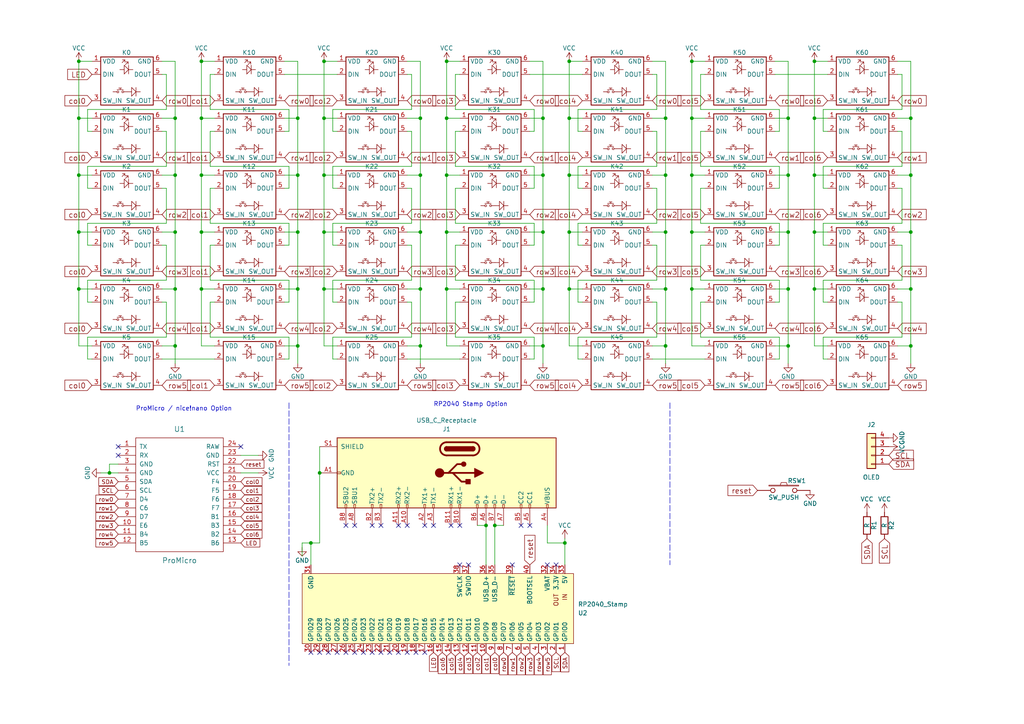
<source format=kicad_sch>
(kicad_sch (version 20211123) (generator eeschema)
  (paper "A4")
  (title_block (title "Rich Keyboard") (date "2018-11-16") (rev "1.0") (company "rvnash"))
  (junction (at 165.1 67.31))
  (junction (at 193.04 83.82))
  (junction (at 58.42 17.78))
  (junction (at 264.16 83.82))
  (junction (at 50.8 100.33))
  (junction (at 58.42 34.29))
  (junction (at 236.22 83.82))
  (junction (at 157.48 34.29))
  (junction (at 86.36 34.29))
  (junction (at 157.48 50.8))
  (junction (at 193.04 100.33))
  (junction (at 58.42 50.8))
  (junction (at 228.6 83.82))
  (junction (at 93.98 17.78))
  (junction (at 121.92 50.8))
  (junction (at 129.54 34.29))
  (junction (at 200.66 34.29))
  (junction (at 236.22 67.31))
  (junction (at 228.6 34.29))
  (junction (at 236.22 50.8))
  (junction (at 22.86 17.78))
  (junction (at 157.48 67.31))
  (junction (at 93.98 34.29))
  (junction (at 50.8 50.8))
  (junction (at 22.86 67.31))
  (junction (at 165.1 34.29))
  (junction (at 129.54 83.82))
  (junction (at 50.8 83.82))
  (junction (at 92.71 137.16))
  (junction (at 31.75 137.16))
  (junction (at 228.6 100.33))
  (junction (at 86.36 50.8))
  (junction (at 200.66 50.8))
  (junction (at 140.97 152.4))
  (junction (at 200.66 83.82))
  (junction (at 264.16 50.8))
  (junction (at 50.8 34.29))
  (junction (at 86.36 100.33))
  (junction (at 193.04 50.8))
  (junction (at 22.86 50.8))
  (junction (at 93.98 67.31))
  (junction (at 193.04 67.31))
  (junction (at 143.51 152.4))
  (junction (at 157.48 100.33))
  (junction (at 264.16 67.31))
  (junction (at 22.86 83.82))
  (junction (at 93.98 83.82))
  (junction (at 86.36 67.31))
  (junction (at 58.42 83.82))
  (junction (at 121.92 100.33))
  (junction (at 129.54 50.8))
  (junction (at 121.92 34.29))
  (junction (at 90.17 157.48))
  (junction (at 193.04 34.29))
  (junction (at 22.86 34.29))
  (junction (at 200.66 17.78))
  (junction (at 121.92 67.31))
  (junction (at 86.36 83.82))
  (junction (at 163.83 157.48))
  (junction (at 264.16 34.29))
  (junction (at 121.92 83.82))
  (junction (at 93.98 50.8))
  (junction (at 165.1 17.78))
  (junction (at 58.42 67.31))
  (junction (at 165.1 83.82))
  (junction (at 200.66 67.31))
  (junction (at 264.16 100.33))
  (junction (at 236.22 17.78))
  (junction (at 157.48 83.82))
  (junction (at 129.54 17.78))
  (junction (at 129.54 67.31))
  (junction (at 165.1 50.8))
  (junction (at 228.6 67.31))
  (junction (at 228.6 50.8))
  (junction (at 236.22 34.29))
  (junction (at 50.8 67.31))
  (no_connect (at 34.29 132.08))
  (no_connect (at 158.75 163.83))
  (no_connect (at 151.13 152.4))
  (no_connect (at 153.67 152.4))
  (no_connect (at 100.33 152.4))
  (no_connect (at 102.87 152.4))
  (no_connect (at 107.95 152.4))
  (no_connect (at 110.49 152.4))
  (no_connect (at 115.57 152.4))
  (no_connect (at 118.11 152.4))
  (no_connect (at 133.35 152.4))
  (no_connect (at 123.19 152.4))
  (no_connect (at 125.73 152.4))
  (no_connect (at 130.81 152.4))
  (no_connect (at 148.59 163.83))
  (no_connect (at 69.85 129.54))
  (no_connect (at 133.35 163.83))
  (no_connect (at 161.29 163.83))
  (no_connect (at 135.89 163.83))
  (no_connect (at 34.29 129.54))
  (no_connect (at 105.41 189.23))
  (no_connect (at 107.95 189.23))
  (no_connect (at 110.49 189.23))
  (no_connect (at 113.03 189.23))
  (no_connect (at 102.87 189.23))
  (no_connect (at 100.33 189.23))
  (no_connect (at 97.79 189.23))
  (no_connect (at 95.25 189.23))
  (no_connect (at 90.17 189.23))
  (no_connect (at 92.71 189.23))
  (no_connect (at 115.57 189.23))
  (no_connect (at 123.19 189.23))
  (no_connect (at 118.11 189.23))
  (no_connect (at 120.65 189.23))
  (wire (pts (xy 238.76 71.12) (xy 240.03 71.12)))
  (wire (pts (xy 153.67 71.12) (xy 154.94 71.12)))
  (wire (pts (xy 96.52 81.28) (xy 96.52 87.63)))
  (wire (pts (xy 96.52 31.75) (xy 96.52 38.1)))
  (wire (pts (xy 165.1 50.8) (xy 168.91 50.8)))
  (wire (pts (xy 204.47 87.63) (xy 203.2 87.63)))
  (wire (pts (xy 58.42 100.33) (xy 58.42 83.82)))
  (wire (pts (xy 82.55 34.29) (xy 86.36 34.29)))
  (wire (pts (xy 22.86 34.29) (xy 26.67 34.29)))
  (wire (pts (xy 46.99 17.78) (xy 50.8 17.78)))
  (wire (pts (xy 48.26 21.59) (xy 48.26 31.75)))
  (wire (pts (xy 83.82 38.1) (xy 83.82 31.75)))
  (wire (pts (xy 193.04 50.8) (xy 193.04 67.31)))
  (wire (pts (xy 22.86 17.78) (xy 26.67 17.78)))
  (wire (pts (xy 154.94 81.28) (xy 132.08 81.28)))
  (wire (pts (xy 58.42 67.31) (xy 62.23 67.31)))
  (wire (pts (xy 204.47 54.61) (xy 203.2 54.61)))
  (wire (pts (xy 165.1 34.29) (xy 168.91 34.29)))
  (wire (pts (xy 167.64 97.79) (xy 167.64 104.14)))
  (wire (pts (xy 154.94 48.26) (xy 132.08 48.26)))
  (wire (pts (xy 22.86 17.78) (xy 22.86 34.29)))
  (wire (pts (xy 190.5 87.63) (xy 190.5 97.79)))
  (wire (pts (xy 260.35 34.29) (xy 264.16 34.29)))
  (wire (pts (xy 118.11 54.61) (xy 119.38 54.61)))
  (wire (pts (xy 193.04 83.82) (xy 193.04 100.33)))
  (wire (pts (xy 236.22 67.31) (xy 240.03 67.31)))
  (wire (pts (xy 25.4 87.63) (xy 26.67 87.63)))
  (wire (pts (xy 236.22 50.8) (xy 240.03 50.8)))
  (wire (pts (xy 58.42 83.82) (xy 58.42 67.31)))
  (wire (pts (xy 34.29 134.62) (xy 31.75 134.62)))
  (wire (pts (xy 200.66 17.78) (xy 204.47 17.78)))
  (wire (pts (xy 60.96 97.79) (xy 60.96 87.63)))
  (wire (pts (xy 224.79 87.63) (xy 226.06 87.63)))
  (wire (pts (xy 86.36 100.33) (xy 86.36 105.41)))
  (wire (pts (xy 83.82 64.77) (xy 60.96 64.77)))
  (wire (pts (xy 203.2 54.61) (xy 203.2 64.77)))
  (wire (pts (xy 236.22 67.31) (xy 236.22 50.8)))
  (wire (pts (xy 260.35 38.1) (xy 261.62 38.1)))
  (wire (pts (xy 193.04 17.78) (xy 193.04 34.29)))
  (wire (pts (xy 25.4 81.28) (xy 25.4 87.63)))
  (wire (pts (xy 163.83 157.48) (xy 163.83 163.83)))
  (wire (pts (xy 129.54 34.29) (xy 133.35 34.29)))
  (wire (pts (xy 140.97 152.4) (xy 138.43 152.4)))
  (wire (pts (xy 260.35 100.33) (xy 264.16 100.33)))
  (wire (pts (xy 228.6 34.29) (xy 228.6 50.8)))
  (wire (pts (xy 203.2 31.75) (xy 226.06 31.75)))
  (wire (pts (xy 129.54 83.82) (xy 129.54 67.31)))
  (wire (pts (xy 93.98 17.78) (xy 93.98 34.29)))
  (wire (pts (xy 82.55 100.33) (xy 86.36 100.33)))
  (wire (pts (xy 31.75 137.16) (xy 34.29 137.16)))
  (wire (pts (xy 264.16 17.78) (xy 264.16 34.29)))
  (wire (pts (xy 203.2 38.1) (xy 203.2 48.26)))
  (wire (pts (xy 119.38 54.61) (xy 119.38 64.77)))
  (wire (pts (xy 190.5 97.79) (xy 167.64 97.79)))
  (wire (pts (xy 167.64 38.1) (xy 168.91 38.1)))
  (wire (pts (xy 264.16 50.8) (xy 264.16 67.31)))
  (wire (pts (xy 119.38 21.59) (xy 119.38 31.75)))
  (wire (pts (xy 25.4 71.12) (xy 26.67 71.12)))
  (wire (pts (xy 118.11 21.59) (xy 119.38 21.59)))
  (wire (pts (xy 60.96 81.28) (xy 60.96 71.12)))
  (wire (pts (xy 121.92 34.29) (xy 121.92 50.8)))
  (wire (pts (xy 226.06 97.79) (xy 226.06 104.14)))
  (wire (pts (xy 132.08 31.75) (xy 132.08 21.59)))
  (wire (pts (xy 153.67 38.1) (xy 154.94 38.1)))
  (wire (pts (xy 121.92 50.8) (xy 121.92 67.31)))
  (wire (pts (xy 133.35 100.33) (xy 129.54 100.33)))
  (wire (pts (xy 203.2 64.77) (xy 226.06 64.77)))
  (wire (pts (xy 48.26 64.77) (xy 25.4 64.77)))
  (wire (pts (xy 96.52 48.26) (xy 96.52 54.61)))
  (wire (pts (xy 121.92 83.82) (xy 121.92 100.33)))
  (wire (pts (xy 48.26 87.63) (xy 48.26 97.79)))
  (wire (pts (xy 60.96 64.77) (xy 60.96 54.61)))
  (wire (pts (xy 25.4 31.75) (xy 25.4 38.1)))
  (wire (pts (xy 204.47 71.12) (xy 203.2 71.12)))
  (wire (pts (xy 203.2 97.79) (xy 226.06 97.79)))
  (wire (pts (xy 48.26 31.75) (xy 25.4 31.75)))
  (wire (pts (xy 157.48 17.78) (xy 157.48 34.29)))
  (wire (pts (xy 165.1 67.31) (xy 165.1 50.8)))
  (wire (pts (xy 83.82 31.75) (xy 60.96 31.75)))
  (wire (pts (xy 82.55 104.14) (xy 83.82 104.14)))
  (wire (pts (xy 82.55 83.82) (xy 86.36 83.82)))
  (wire (pts (xy 190.5 21.59) (xy 190.5 31.75)))
  (wire (pts (xy 200.66 34.29) (xy 204.47 34.29)))
  (wire (pts (xy 48.26 48.26) (xy 25.4 48.26)))
  (wire (pts (xy 157.48 67.31) (xy 157.48 83.82)))
  (wire (pts (xy 58.42 50.8) (xy 62.23 50.8)))
  (wire (pts (xy 96.52 54.61) (xy 97.79 54.61)))
  (wire (pts (xy 69.85 137.16) (xy 74.93 137.16)))
  (wire (pts (xy 189.23 67.31) (xy 193.04 67.31)))
  (wire (pts (xy 238.76 54.61) (xy 240.03 54.61)))
  (wire (pts (xy 50.8 100.33) (xy 50.8 105.41)))
  (wire (pts (xy 240.03 100.33) (xy 236.22 100.33)))
  (polyline (pts (xy 194.31 116.84) (xy 194.31 163.83)))
  (wire (pts (xy 224.79 83.82) (xy 228.6 83.82)))
  (wire (pts (xy 260.35 17.78) (xy 264.16 17.78)))
  (wire (pts (xy 60.96 54.61) (xy 62.23 54.61)))
  (wire (pts (xy 167.64 31.75) (xy 167.64 38.1)))
  (wire (pts (xy 31.75 134.62) (xy 31.75 137.16)))
  (wire (pts (xy 60.96 48.26) (xy 60.96 38.1)))
  (wire (pts (xy 189.23 104.14) (xy 204.47 104.14)))
  (wire (pts (xy 224.79 50.8) (xy 228.6 50.8)))
  (wire (pts (xy 261.62 64.77) (xy 238.76 64.77)))
  (wire (pts (xy 82.55 87.63) (xy 83.82 87.63)))
  (wire (pts (xy 158.75 152.4) (xy 158.75 157.48)))
  (wire (pts (xy 83.82 81.28) (xy 60.96 81.28)))
  (wire (pts (xy 264.16 67.31) (xy 264.16 83.82)))
  (wire (pts (xy 154.94 87.63) (xy 154.94 81.28)))
  (wire (pts (xy 93.98 100.33) (xy 93.98 83.82)))
  (wire (pts (xy 22.86 67.31) (xy 22.86 50.8)))
  (wire (pts (xy 82.55 21.59) (xy 97.79 21.59)))
  (wire (pts (xy 163.83 156.21) (xy 163.83 157.48)))
  (wire (pts (xy 260.35 50.8) (xy 264.16 50.8)))
  (wire (pts (xy 238.76 38.1) (xy 240.03 38.1)))
  (wire (pts (xy 224.79 67.31) (xy 228.6 67.31)))
  (wire (pts (xy 260.35 67.31) (xy 264.16 67.31)))
  (wire (pts (xy 200.66 83.82) (xy 200.66 67.31)))
  (wire (pts (xy 46.99 71.12) (xy 48.26 71.12)))
  (wire (pts (xy 119.38 38.1) (xy 119.38 48.26)))
  (wire (pts (xy 165.1 17.78) (xy 168.91 17.78)))
  (wire (pts (xy 22.86 83.82) (xy 22.86 67.31)))
  (wire (pts (xy 46.99 38.1) (xy 48.26 38.1)))
  (wire (pts (xy 228.6 50.8) (xy 228.6 67.31)))
  (wire (pts (xy 153.67 34.29) (xy 157.48 34.29)))
  (wire (pts (xy 189.23 54.61) (xy 190.5 54.61)))
  (wire (pts (xy 260.35 71.12) (xy 261.62 71.12)))
  (wire (pts (xy 46.99 67.31) (xy 50.8 67.31)))
  (wire (pts (xy 226.06 64.77) (xy 226.06 71.12)))
  (wire (pts (xy 200.66 67.31) (xy 200.66 50.8)))
  (wire (pts (xy 46.99 83.82) (xy 50.8 83.82)))
  (wire (pts (xy 154.94 54.61) (xy 154.94 48.26)))
  (wire (pts (xy 261.62 21.59) (xy 261.62 31.75)))
  (wire (pts (xy 261.62 54.61) (xy 261.62 64.77)))
  (wire (pts (xy 132.08 87.63) (xy 133.35 87.63)))
  (wire (pts (xy 83.82 87.63) (xy 83.82 81.28)))
  (wire (pts (xy 224.79 100.33) (xy 228.6 100.33)))
  (wire (pts (xy 193.04 67.31) (xy 193.04 83.82)))
  (wire (pts (xy 226.06 31.75) (xy 226.06 38.1)))
  (wire (pts (xy 132.08 71.12) (xy 133.35 71.12)))
  (wire (pts (xy 50.8 83.82) (xy 50.8 100.33)))
  (wire (pts (xy 132.08 97.79) (xy 132.08 87.63)))
  (wire (pts (xy 129.54 67.31) (xy 129.54 50.8)))
  (wire (pts (xy 189.23 38.1) (xy 190.5 38.1)))
  (wire (pts (xy 153.67 104.14) (xy 154.94 104.14)))
  (wire (pts (xy 200.66 50.8) (xy 204.47 50.8)))
  (wire (pts (xy 132.08 81.28) (xy 132.08 71.12)))
  (wire (pts (xy 200.66 17.78) (xy 200.66 34.29)))
  (wire (pts (xy 50.8 17.78) (xy 50.8 34.29)))
  (wire (pts (xy 82.55 71.12) (xy 83.82 71.12)))
  (wire (pts (xy 83.82 71.12) (xy 83.82 64.77)))
  (wire (pts (xy 261.62 31.75) (xy 238.76 31.75)))
  (wire (pts (xy 22.86 50.8) (xy 26.67 50.8)))
  (wire (pts (xy 165.1 17.78) (xy 165.1 34.29)))
  (wire (pts (xy 236.22 34.29) (xy 240.03 34.29)))
  (wire (pts (xy 97.79 100.33) (xy 93.98 100.33)))
  (wire (pts (xy 167.64 64.77) (xy 167.64 71.12)))
  (wire (pts (xy 48.26 54.61) (xy 48.26 64.77)))
  (wire (pts (xy 236.22 17.78) (xy 236.22 34.29)))
  (wire (pts (xy 83.82 104.14) (xy 83.82 97.79)))
  (wire (pts (xy 132.08 38.1) (xy 133.35 38.1)))
  (wire (pts (xy 58.42 17.78) (xy 58.42 34.29)))
  (wire (pts (xy 189.23 83.82) (xy 193.04 83.82)))
  (wire (pts (xy 121.92 100.33) (xy 121.92 105.41)))
  (wire (pts (xy 224.79 38.1) (xy 226.06 38.1)))
  (wire (pts (xy 93.98 34.29) (xy 97.79 34.29)))
  (wire (pts (xy 153.67 54.61) (xy 154.94 54.61)))
  (wire (pts (xy 168.91 100.33) (xy 165.1 100.33)))
  (wire (pts (xy 165.1 83.82) (xy 168.91 83.82)))
  (wire (pts (xy 228.6 100.33) (xy 228.6 105.41)))
  (wire (pts (xy 96.52 104.14) (xy 97.79 104.14)))
  (wire (pts (xy 58.42 34.29) (xy 62.23 34.29)))
  (wire (pts (xy 118.11 17.78) (xy 121.92 17.78)))
  (wire (pts (xy 96.52 87.63) (xy 97.79 87.63)))
  (wire (pts (xy 132.08 64.77) (xy 132.08 54.61)))
  (wire (pts (xy 96.52 71.12) (xy 97.79 71.12)))
  (wire (pts (xy 238.76 48.26) (xy 238.76 54.61)))
  (wire (pts (xy 90.17 157.48) (xy 90.17 163.83)))
  (wire (pts (xy 146.05 152.4) (xy 143.51 152.4)))
  (wire (pts (xy 86.36 83.82) (xy 86.36 100.33)))
  (wire (pts (xy 46.99 54.61) (xy 48.26 54.61)))
  (wire (pts (xy 118.11 104.14) (xy 133.35 104.14)))
  (wire (pts (xy 189.23 50.8) (xy 193.04 50.8)))
  (wire (pts (xy 118.11 34.29) (xy 121.92 34.29)))
  (wire (pts (xy 118.11 71.12) (xy 119.38 71.12)))
  (wire (pts (xy 22.86 67.31) (xy 26.67 67.31)))
  (wire (pts (xy 157.48 34.29) (xy 157.48 50.8)))
  (wire (pts (xy 48.26 97.79) (xy 25.4 97.79)))
  (wire (pts (xy 93.98 17.78) (xy 97.79 17.78)))
  (wire (pts (xy 82.55 54.61) (xy 83.82 54.61)))
  (wire (pts (xy 189.23 71.12) (xy 190.5 71.12)))
  (wire (pts (xy 25.4 104.14) (xy 26.67 104.14)))
  (wire (pts (xy 264.16 100.33) (xy 264.16 105.41)))
  (wire (pts (xy 29.21 137.16) (xy 31.75 137.16)))
  (wire (pts (xy 236.22 17.78) (xy 240.03 17.78)))
  (wire (pts (xy 167.64 104.14) (xy 168.91 104.14)))
  (wire (pts (xy 82.55 17.78) (xy 86.36 17.78)))
  (wire (pts (xy 167.64 87.63) (xy 168.91 87.63)))
  (wire (pts (xy 264.16 83.82) (xy 264.16 100.33)))
  (wire (pts (xy 236.22 83.82) (xy 240.03 83.82)))
  (wire (pts (xy 129.54 100.33) (xy 129.54 83.82)))
  (wire (pts (xy 167.64 48.26) (xy 167.64 54.61)))
  (wire (pts (xy 260.35 83.82) (xy 264.16 83.82)))
  (wire (pts (xy 82.55 38.1) (xy 83.82 38.1)))
  (wire (pts (xy 60.96 87.63) (xy 62.23 87.63)))
  (wire (pts (xy 118.11 100.33) (xy 121.92 100.33)))
  (wire (pts (xy 50.8 67.31) (xy 50.8 83.82)))
  (wire (pts (xy 93.98 83.82) (xy 97.79 83.82)))
  (wire (pts (xy 83.82 48.26) (xy 60.96 48.26)))
  (wire (pts (xy 224.79 34.29) (xy 228.6 34.29)))
  (wire (pts (xy 132.08 54.61) (xy 133.35 54.61)))
  (wire (pts (xy 90.17 157.48) (xy 87.63 157.48)))
  (wire (pts (xy 62.23 100.33) (xy 58.42 100.33)))
  (wire (pts (xy 154.94 104.14) (xy 154.94 97.79)))
  (wire (pts (xy 157.48 83.82) (xy 157.48 100.33)))
  (wire (pts (xy 189.23 100.33) (xy 193.04 100.33)))
  (wire (pts (xy 228.6 83.82) (xy 228.6 100.33)))
  (wire (pts (xy 224.79 21.59) (xy 240.03 21.59)))
  (wire (pts (xy 189.23 17.78) (xy 193.04 17.78)))
  (wire (pts (xy 46.99 21.59) (xy 48.26 21.59)))
  (wire (pts (xy 119.38 31.75) (xy 96.52 31.75)))
  (wire (pts (xy 154.94 64.77) (xy 132.08 64.77)))
  (wire (pts (xy 86.36 17.78) (xy 86.36 34.29)))
  (wire (pts (xy 93.98 50.8) (xy 93.98 34.29)))
  (wire (pts (xy 203.2 81.28) (xy 226.06 81.28)))
  (wire (pts (xy 190.5 81.28) (xy 167.64 81.28)))
  (wire (pts (xy 48.26 38.1) (xy 48.26 48.26)))
  (wire (pts (xy 96.52 97.79) (xy 96.52 104.14)))
  (wire (pts (xy 165.1 67.31) (xy 168.91 67.31)))
  (wire (pts (xy 153.67 87.63) (xy 154.94 87.63)))
  (wire (pts (xy 226.06 81.28) (xy 226.06 87.63)))
  (wire (pts (xy 203.2 21.59) (xy 203.2 31.75)))
  (wire (pts (xy 157.48 100.33) (xy 157.48 105.41)))
  (wire (pts (xy 153.67 83.82) (xy 157.48 83.82)))
  (wire (pts (xy 261.62 97.79) (xy 238.76 97.79)))
  (wire (pts (xy 121.92 17.78) (xy 121.92 34.29)))
  (wire (pts (xy 25.4 64.77) (xy 25.4 71.12)))
  (wire (pts (xy 83.82 54.61) (xy 83.82 48.26)))
  (wire (pts (xy 165.1 100.33) (xy 165.1 83.82)))
  (wire (pts (xy 238.76 104.14) (xy 240.03 104.14)))
  (wire (pts (xy 261.62 48.26) (xy 238.76 48.26)))
  (wire (pts (xy 93.98 67.31) (xy 93.98 50.8)))
  (wire (pts (xy 261.62 81.28) (xy 238.76 81.28)))
  (wire (pts (xy 189.23 34.29) (xy 193.04 34.29)))
  (wire (pts (xy 87.63 157.48) (xy 87.63 161.29)))
  (wire (pts (xy 22.86 50.8) (xy 22.86 34.29)))
  (wire (pts (xy 236.22 50.8) (xy 236.22 34.29)))
  (wire (pts (xy 264.16 34.29) (xy 264.16 50.8)))
  (wire (pts (xy 190.5 38.1) (xy 190.5 48.26)))
  (wire (pts (xy 129.54 17.78) (xy 129.54 34.29)))
  (wire (pts (xy 82.55 50.8) (xy 86.36 50.8)))
  (wire (pts (xy 25.4 97.79) (xy 25.4 104.14)))
  (wire (pts (xy 190.5 64.77) (xy 167.64 64.77)))
  (wire (pts (xy 154.94 31.75) (xy 132.08 31.75)))
  (wire (pts (xy 92.71 137.16) (xy 92.71 157.48)))
  (wire (pts (xy 60.96 71.12) (xy 62.23 71.12)))
  (wire (pts (xy 224.79 71.12) (xy 226.06 71.12)))
  (wire (pts (xy 93.98 67.31) (xy 97.79 67.31)))
  (wire (pts (xy 46.99 87.63) (xy 48.26 87.63)))
  (wire (pts (xy 86.36 34.29) (xy 86.36 50.8)))
  (wire (pts (xy 119.38 64.77) (xy 96.52 64.77)))
  (wire (pts (xy 129.54 17.78) (xy 133.35 17.78)))
  (wire (pts (xy 25.4 38.1) (xy 26.67 38.1)))
  (wire (pts (xy 46.99 100.33) (xy 50.8 100.33)))
  (wire (pts (xy 203.2 87.63) (xy 203.2 97.79)))
  (wire (pts (xy 48.26 81.28) (xy 25.4 81.28)))
  (wire (pts (xy 121.92 67.31) (xy 121.92 83.82)))
  (wire (pts (xy 200.66 50.8) (xy 200.66 34.29)))
  (wire (pts (xy 153.67 50.8) (xy 157.48 50.8)))
  (wire (pts (xy 261.62 87.63) (xy 261.62 97.79)))
  (wire (pts (xy 25.4 48.26) (xy 25.4 54.61)))
  (wire (pts (xy 93.98 50.8) (xy 97.79 50.8)))
  (wire (pts (xy 153.67 67.31) (xy 157.48 67.31)))
  (wire (pts (xy 154.94 38.1) (xy 154.94 31.75)))
  (wire (pts (xy 60.96 31.75) (xy 60.96 21.59)))
  (wire (pts (xy 261.62 38.1) (xy 261.62 48.26)))
  (wire (pts (xy 58.42 67.31) (xy 58.42 50.8)))
  (wire (pts (xy 167.64 81.28) (xy 167.64 87.63)))
  (wire (pts (xy 129.54 67.31) (xy 133.35 67.31)))
  (wire (pts (xy 226.06 54.61) (xy 224.79 54.61)))
  (wire (pts (xy 46.99 50.8) (xy 50.8 50.8)))
  (wire (pts (xy 92.71 137.16) (xy 92.71 129.54)))
  (wire (pts (xy 204.47 100.33) (xy 200.66 100.33)))
  (wire (pts (xy 118.11 87.63) (xy 119.38 87.63)))
  (wire (pts (xy 46.99 34.29) (xy 50.8 34.29)))
  (wire (pts (xy 140.97 163.83) (xy 140.97 152.4)))
  (wire (pts (xy 143.51 163.83) (xy 143.51 152.4)))
  (wire (pts (xy 203.2 48.26) (xy 226.06 48.26)))
  (wire (pts (xy 189.23 21.59) (xy 190.5 21.59)))
  (wire (pts (xy 167.64 71.12) (xy 168.91 71.12)))
  (wire (pts (xy 189.23 87.63) (xy 190.5 87.63)))
  (wire (pts (xy 48.26 71.12) (xy 48.26 81.28)))
  (wire (pts (xy 154.94 97.79) (xy 132.08 97.79)))
  (wire (pts (xy 190.5 48.26) (xy 167.64 48.26)))
  (wire (pts (xy 86.36 67.31) (xy 86.36 83.82)))
  (wire (pts (xy 153.67 17.78) (xy 157.48 17.78)))
  (wire (pts (xy 58.42 17.78) (xy 62.23 17.78)))
  (wire (pts (xy 261.62 71.12) (xy 261.62 81.28)))
  (wire (pts (xy 22.86 100.33) (xy 22.86 83.82)))
  (wire (pts (xy 96.52 64.77) (xy 96.52 71.12)))
  (wire (pts (xy 46.99 104.14) (xy 62.23 104.14)))
  (polyline (pts (xy 83.82 116.84) (xy 83.82 193.04)))
  (wire (pts (xy 129.54 83.82) (xy 133.35 83.82)))
  (wire (pts (xy 193.04 100.33) (xy 193.04 105.41)))
  (wire (pts (xy 260.35 21.59) (xy 261.62 21.59)))
  (wire (pts (xy 119.38 48.26) (xy 96.52 48.26)))
  (wire (pts (xy 224.79 104.14) (xy 226.06 104.14)))
  (wire (pts (xy 60.96 38.1) (xy 62.23 38.1)))
  (wire (pts (xy 119.38 71.12) (xy 119.38 81.28)))
  (wire (pts (xy 25.4 54.61) (xy 26.67 54.61)))
  (wire (pts (xy 119.38 87.63) (xy 119.38 97.79)))
  (wire (pts (xy 167.64 54.61) (xy 168.91 54.61)))
  (wire (pts (xy 154.94 71.12) (xy 154.94 64.77)))
  (wire (pts (xy 60.96 21.59) (xy 62.23 21.59)))
  (wire (pts (xy 158.75 157.48) (xy 163.83 157.48)))
  (wire (pts (xy 165.1 83.82) (xy 165.1 67.31)))
  (wire (pts (xy 157.48 50.8) (xy 157.48 67.31)))
  (wire (pts (xy 58.42 50.8) (xy 58.42 34.29)))
  (wire (pts (xy 118.11 38.1) (xy 119.38 38.1)))
  (wire (pts (xy 129.54 50.8) (xy 129.54 34.29)))
  (wire (pts (xy 238.76 31.75) (xy 238.76 38.1)))
  (wire (pts (xy 203.2 21.59) (xy 204.47 21.59)))
  (wire (pts (xy 260.35 87.63) (xy 261.62 87.63)))
  (wire (pts (xy 92.71 157.48) (xy 90.17 157.48)))
  (wire (pts (xy 200.66 83.82) (xy 204.47 83.82)))
  (wire (pts (xy 203.2 71.12) (xy 203.2 81.28)))
  (wire (pts (xy 132.08 21.59) (xy 133.35 21.59)))
  (wire (pts (xy 22.86 83.82) (xy 26.67 83.82)))
  (wire (pts (xy 260.35 54.61) (xy 261.62 54.61)))
  (wire (pts (xy 200.66 100.33) (xy 200.66 83.82)))
  (wire (pts (xy 153.67 21.59) (xy 168.91 21.59)))
  (wire (pts (xy 238.76 64.77) (xy 238.76 71.12)))
  (wire (pts (xy 193.04 34.29) (xy 193.04 50.8)))
  (wire (pts (xy 165.1 50.8) (xy 165.1 34.29)))
  (wire (pts (xy 96.52 38.1) (xy 97.79 38.1)))
  (wire (pts (xy 119.38 81.28) (xy 96.52 81.28)))
  (wire (pts (xy 118.11 50.8) (xy 121.92 50.8)))
  (wire (pts (xy 238.76 87.63) (xy 240.03 87.63)))
  (wire (pts (xy 50.8 34.29) (xy 50.8 50.8)))
  (wire (pts (xy 93.98 83.82) (xy 93.98 67.31)))
  (wire (pts (xy 238.76 81.28) (xy 238.76 87.63)))
  (wire (pts (xy 236.22 83.82) (xy 236.22 67.31)))
  (wire (pts (xy 119.38 97.79) (xy 96.52 97.79)))
  (wire (pts (xy 82.55 67.31) (xy 86.36 67.31)))
  (wire (pts (xy 200.66 67.31) (xy 204.47 67.31)))
  (wire (pts (xy 238.76 97.79) (xy 238.76 104.14)))
  (wire (pts (xy 129.54 50.8) (xy 133.35 50.8)))
  (wire (pts (xy 190.5 54.61) (xy 190.5 64.77)))
  (wire (pts (xy 153.67 100.33) (xy 157.48 100.33)))
  (wire (pts (xy 118.11 83.82) (xy 121.92 83.82)))
  (wire (pts (xy 132.08 48.26) (xy 132.08 38.1)))
  (wire (pts (xy 224.79 17.78) (xy 228.6 17.78)))
  (wire (pts (xy 50.8 50.8) (xy 50.8 67.31)))
  (wire (pts (xy 204.47 38.1) (xy 203.2 38.1)))
  (wire (pts (xy 228.6 17.78) (xy 228.6 34.29)))
  (wire (pts (xy 26.67 100.33) (xy 22.86 100.33)))
  (wire (pts (xy 228.6 67.31) (xy 228.6 83.82)))
  (wire (pts (xy 58.42 83.82) (xy 62.23 83.82)))
  (wire (pts (xy 83.82 97.79) (xy 60.96 97.79)))
  (wire (pts (xy 69.85 132.08) (xy 74.93 132.08)))
  (wire (pts (xy 236.22 100.33) (xy 236.22 83.82)))
  (wire (pts (xy 190.5 31.75) (xy 167.64 31.75)))
  (wire (pts (xy 226.06 48.26) (xy 226.06 54.61)))
  (wire (pts (xy 190.5 71.12) (xy 190.5 81.28)))
  (wire (pts (xy 118.11 67.31) (xy 121.92 67.31)))
  (wire (pts (xy 86.36 50.8) (xy 86.36 67.31)))
  (text "ProMicro / nice!nano Option" (at 39.37 119.38 0) (effects (font (size 1.27 1.27)) (justify left bottom)))
  (text "RP2040 Stamp Option" (at 125.73 118.11 0) (effects (font (size 1.27 1.27)) (justify left bottom)))
  (global_label "row1" (shape input) (at 260.35 45.72 0) (effects (font (size 1.524 1.524))) (property "Intersheet References" "${INTERSHEET_REFS}" (effects hide)))
  (global_label "row0" (shape input) (at 46.99 29.21 0) (effects (font (size 1.524 1.524))) (property "Intersheet References" "${INTERSHEET_REFS}" (effects hide)))
  (global_label "SDA" (shape input) (at 251.46 156.21 270) (effects (font (size 1.524 1.524))) (property "Intersheet References" "${INTERSHEET_REFS}" (effects hide)))
  (global_label "row1" (shape input) (at 82.55 45.72 0) (effects (font (size 1.524 1.524))) (property "Intersheet References" "${INTERSHEET_REFS}" (effects hide)))
  (global_label "col4" (shape input) (at 69.85 149.86 0) (effects (font (size 1.1938 1.1938))) (property "Intersheet References" "${INTERSHEET_REFS}" (effects hide)))
  (global_label "col5" (shape input) (at 204.47 111.76 180) (effects (font (size 1.524 1.524))) (property "Intersheet References" "${INTERSHEET_REFS}" (effects hide)))
  (global_label "col1" (shape input) (at 69.85 142.24 0) (effects (font (size 1.1938 1.1938))) (property "Intersheet References" "${INTERSHEET_REFS}" (effects hide)))
  (global_label "row3" (shape input) (at 34.29 152.4 180) (effects (font (size 1.1938 1.1938))) (property "Intersheet References" "${INTERSHEET_REFS}" (effects hide)))
  (global_label "row2" (shape input) (at 118.11 62.23 0) (effects (font (size 1.524 1.524))) (property "Intersheet References" "${INTERSHEET_REFS}" (effects hide)))
  (global_label "col6" (shape input) (at 240.03 62.23 180) (effects (font (size 1.524 1.524))) (property "Intersheet References" "${INTERSHEET_REFS}" (effects hide)))
  (global_label "col3" (shape input) (at 133.35 45.72 180) (effects (font (size 1.524 1.524))) (property "Intersheet References" "${INTERSHEET_REFS}" (effects hide)))
  (global_label "col0" (shape input) (at 26.67 95.25 180) (effects (font (size 1.524 1.524))) (property "Intersheet References" "${INTERSHEET_REFS}" (effects hide)))
  (global_label "col4" (shape input) (at 168.91 45.72 180) (effects (font (size 1.524 1.524))) (property "Intersheet References" "${INTERSHEET_REFS}" (effects hide)))
  (global_label "reset" (shape input) (at 219.71 142.24 180) (effects (font (size 1.524 1.524))) (property "Intersheet References" "${INTERSHEET_REFS}" (effects hide)))
  (global_label "row5" (shape input) (at 46.99 111.76 0) (effects (font (size 1.524 1.524))) (property "Intersheet References" "${INTERSHEET_REFS}" (effects hide)))
  (global_label "col3" (shape input) (at 69.85 147.32 0) (effects (font (size 1.1938 1.1938))) (property "Intersheet References" "${INTERSHEET_REFS}" (effects hide)))
  (global_label "col2" (shape input) (at 97.79 29.21 180) (effects (font (size 1.524 1.524))) (property "Intersheet References" "${INTERSHEET_REFS}" (effects hide)))
  (global_label "row5" (shape input) (at 153.67 111.76 0) (effects (font (size 1.524 1.524))) (property "Intersheet References" "${INTERSHEET_REFS}" (effects hide)))
  (global_label "row2" (shape input) (at 153.67 62.23 0) (effects (font (size 1.524 1.524))) (property "Intersheet References" "${INTERSHEET_REFS}" (effects hide)))
  (global_label "col3" (shape input) (at 135.89 189.23 270) (effects (font (size 1.1938 1.1938))) (property "Intersheet References" "${INTERSHEET_REFS}" (effects hide)))
  (global_label "LED" (shape input) (at 69.85 157.48 0) (effects (font (size 1.1938 1.1938))) (property "Intersheet References" "${INTERSHEET_REFS}" (effects hide)))
  (global_label "row3" (shape input) (at 82.55 78.74 0) (effects (font (size 1.524 1.524))) (property "Intersheet References" "${INTERSHEET_REFS}" (effects hide)))
  (global_label "row1" (shape input) (at 153.67 45.72 0) (effects (font (size 1.524 1.524))) (property "Intersheet References" "${INTERSHEET_REFS}" (effects hide)))
  (global_label "col0" (shape input) (at 26.67 111.76 180) (effects (font (size 1.524 1.524))) (property "Intersheet References" "${INTERSHEET_REFS}" (effects hide)))
  (global_label "col6" (shape input) (at 240.03 78.74 180) (effects (font (size 1.524 1.524))) (property "Intersheet References" "${INTERSHEET_REFS}" (effects hide)))
  (global_label "col2" (shape input) (at 97.79 111.76 180) (effects (font (size 1.524 1.524))) (property "Intersheet References" "${INTERSHEET_REFS}" (effects hide)))
  (global_label "SCL" (shape input) (at 34.29 142.24 180) (effects (font (size 1.1938 1.1938))) (property "Intersheet References" "${INTERSHEET_REFS}" (effects hide)))
  (global_label "row4" (shape input) (at 224.79 95.25 0) (effects (font (size 1.524 1.524))) (property "Intersheet References" "${INTERSHEET_REFS}" (effects hide)))
  (global_label "col5" (shape input) (at 204.47 95.25 180) (effects (font (size 1.524 1.524))) (property "Intersheet References" "${INTERSHEET_REFS}" (effects hide)))
  (global_label "col4" (shape input) (at 168.91 62.23 180) (effects (font (size 1.524 1.524))) (property "Intersheet References" "${INTERSHEET_REFS}" (effects hide)))
  (global_label "row3" (shape input) (at 189.23 78.74 0) (effects (font (size 1.524 1.524))) (property "Intersheet References" "${INTERSHEET_REFS}" (effects hide)))
  (global_label "row0" (shape input) (at 146.05 189.23 270) (effects (font (size 1.1938 1.1938))) (property "Intersheet References" "${INTERSHEET_REFS}" (effects hide)))
  (global_label "row3" (shape input) (at 260.35 78.74 0) (effects (font (size 1.524 1.524))) (property "Intersheet References" "${INTERSHEET_REFS}" (effects hide)))
  (global_label "col4" (shape input) (at 168.91 29.21 180) (effects (font (size 1.524 1.524))) (property "Intersheet References" "${INTERSHEET_REFS}" (effects hide)))
  (global_label "col5" (shape input) (at 69.85 152.4 0) (effects (font (size 1.1938 1.1938))) (property "Intersheet References" "${INTERSHEET_REFS}" (effects hide)))
  (global_label "col4" (shape input) (at 168.91 95.25 180) (effects (font (size 1.524 1.524))) (property "Intersheet References" "${INTERSHEET_REFS}" (effects hide)))
  (global_label "row1" (shape input) (at 34.29 147.32 180) (effects (font (size 1.1938 1.1938))) (property "Intersheet References" "${INTERSHEET_REFS}" (effects hide)))
  (global_label "row5" (shape input) (at 118.11 111.76 0) (effects (font (size 1.524 1.524))) (property "Intersheet References" "${INTERSHEET_REFS}" (effects hide)))
  (global_label "row0" (shape input) (at 118.11 29.21 0) (effects (font (size 1.524 1.524))) (property "Intersheet References" "${INTERSHEET_REFS}" (effects hide)))
  (global_label "LED" (shape input) (at 125.73 189.23 270) (effects (font (size 1.1938 1.1938))) (property "Intersheet References" "${INTERSHEET_REFS}" (effects hide)))
  (global_label "row1" (shape input) (at 118.11 45.72 0) (effects (font (size 1.524 1.524))) (property "Intersheet References" "${INTERSHEET_REFS}" (effects hide)))
  (global_label "row1" (shape input) (at 224.79 45.72 0) (effects (font (size 1.524 1.524))) (property "Intersheet References" "${INTERSHEET_REFS}" (effects hide)))
  (global_label "row2" (shape input) (at 82.55 62.23 0) (effects (font (size 1.524 1.524))) (property "Intersheet References" "${INTERSHEET_REFS}" (effects hide)))
  (global_label "row2" (shape input) (at 189.23 62.23 0) (effects (font (size 1.524 1.524))) (property "Intersheet References" "${INTERSHEET_REFS}" (effects hide)))
  (global_label "col6" (shape input) (at 240.03 29.21 180) (effects (font (size 1.524 1.524))) (property "Intersheet References" "${INTERSHEET_REFS}" (effects hide)))
  (global_label "col1" (shape input) (at 62.23 111.76 180) (effects (font (size 1.524 1.524))) (property "Intersheet References" "${INTERSHEET_REFS}" (effects hide)))
  (global_label "col0" (shape input) (at 69.85 139.7 0) (effects (font (size 1.1938 1.1938))) (property "Intersheet References" "${INTERSHEET_REFS}" (effects hide)))
  (global_label "col0" (shape input) (at 26.67 78.74 180) (effects (font (size 1.524 1.524))) (property "Intersheet References" "${INTERSHEET_REFS}" (effects hide)))
  (global_label "col4" (shape input) (at 168.91 78.74 180) (effects (font (size 1.524 1.524))) (property "Intersheet References" "${INTERSHEET_REFS}" (effects hide)))
  (global_label "row2" (shape input) (at 34.29 149.86 180) (effects (font (size 1.1938 1.1938))) (property "Intersheet References" "${INTERSHEET_REFS}" (effects hide)))
  (global_label "row0" (shape input) (at 82.55 29.21 0) (effects (font (size 1.524 1.524))) (property "Intersheet References" "${INTERSHEET_REFS}" (effects hide)))
  (global_label "row0" (shape input) (at 260.35 29.21 0) (effects (font (size 1.524 1.524))) (property "Intersheet References" "${INTERSHEET_REFS}" (effects hide)))
  (global_label "row5" (shape input) (at 260.35 111.76 0) (effects (font (size 1.524 1.524))) (property "Intersheet References" "${INTERSHEET_REFS}" (effects hide)))
  (global_label "col1" (shape input) (at 62.23 62.23 180) (effects (font (size 1.524 1.524))) (property "Intersheet References" "${INTERSHEET_REFS}" (effects hide)))
  (global_label "row1" (shape input) (at 189.23 45.72 0) (effects (font (size 1.524 1.524))) (property "Intersheet References" "${INTERSHEET_REFS}" (effects hide)))
  (global_label "col6" (shape input) (at 240.03 111.76 180) (effects (font (size 1.524 1.524))) (property "Intersheet References" "${INTERSHEET_REFS}" (effects hide)))
  (global_label "col6" (shape input) (at 240.03 95.25 180) (effects (font (size 1.524 1.524))) (property "Intersheet References" "${INTERSHEET_REFS}" (effects hide)))
  (global_label "row2" (shape input) (at 224.79 62.23 0) (effects (font (size 1.524 1.524))) (property "Intersheet References" "${INTERSHEET_REFS}" (effects hide)))
  (global_label "row4" (shape input) (at 118.11 95.25 0) (effects (font (size 1.524 1.524))) (property "Intersheet References" "${INTERSHEET_REFS}" (effects hide)))
  (global_label "col3" (shape input) (at 133.35 29.21 180) (effects (font (size 1.524 1.524))) (property "Intersheet References" "${INTERSHEET_REFS}" (effects hide)))
  (global_label "row0" (shape input) (at 189.23 29.21 0) (effects (font (size 1.524 1.524))) (property "Intersheet References" "${INTERSHEET_REFS}" (effects hide)))
  (global_label "row2" (shape input) (at 151.13 189.23 270) (effects (font (size 1.1938 1.1938))) (property "Intersheet References" "${INTERSHEET_REFS}" (effects hide)))
  (global_label "row3" (shape input) (at 153.67 189.23 270) (effects (font (size 1.1938 1.1938))) (property "Intersheet References" "${INTERSHEET_REFS}" (effects hide)))
  (global_label "col2" (shape input) (at 97.79 62.23 180) (effects (font (size 1.524 1.524))) (property "Intersheet References" "${INTERSHEET_REFS}" (effects hide)))
  (global_label "col2" (shape input) (at 69.85 144.78 0) (effects (font (size 1.1938 1.1938))) (property "Intersheet References" "${INTERSHEET_REFS}" (effects hide)))
  (global_label "SDA" (shape input) (at 163.83 189.23 270) (effects (font (size 1.1938 1.1938))) (property "Intersheet References" "${INTERSHEET_REFS}" (effects hide)))
  (global_label "col1" (shape input) (at 62.23 29.21 180) (effects (font (size 1.524 1.524))) (property "Intersheet References" "${INTERSHEET_REFS}" (effects hide)))
  (global_label "col3" (shape input) (at 133.35 95.25 180) (effects (font (size 1.524 1.524))) (property "Intersheet References" "${INTERSHEET_REFS}" (effects hide)))
  (global_label "row4" (shape input) (at 189.23 95.25 0) (effects (font (size 1.524 1.524))) (property "Intersheet References" "${INTERSHEET_REFS}" (effects hide)))
  (global_label "row5" (shape input) (at 224.79 111.76 0) (effects (font (size 1.524 1.524))) (property "Intersheet References" "${INTERSHEET_REFS}" (effects hide)))
  (global_label "col1" (shape input) (at 62.23 95.25 180) (effects (font (size 1.524 1.524))) (property "Intersheet References" "${INTERSHEET_REFS}" (effects hide)))
  (global_label "row3" (shape input) (at 224.79 78.74 0) (effects (font (size 1.524 1.524))) (property "Intersheet References" "${INTERSHEET_REFS}" (effects hide)))
  (global_label "col4" (shape input) (at 133.35 189.23 270) (effects (font (size 1.1938 1.1938))) (property "Intersheet References" "${INTERSHEET_REFS}" (effects hide)))
  (global_label "col0" (shape input) (at 26.67 29.21 180) (effects (font (size 1.524 1.524))) (property "Intersheet References" "${INTERSHEET_REFS}" (effects hide)))
  (global_label "col2" (shape input) (at 97.79 78.74 180) (effects (font (size 1.524 1.524))) (property "Intersheet References" "${INTERSHEET_REFS}" (effects hide)))
  (global_label "col1" (shape input) (at 62.23 45.72 180) (effects (font (size 1.524 1.524))) (property "Intersheet References" "${INTERSHEET_REFS}" (effects hide)))
  (global_label "col0" (shape input) (at 26.67 62.23 180) (effects (font (size 1.524 1.524))) (property "Intersheet References" "${INTERSHEET_REFS}" (effects hide)))
  (global_label "col6" (shape input) (at 240.03 45.72 180) (effects (font (size 1.524 1.524))) (property "Intersheet References" "${INTERSHEET_REFS}" (effects hide)))
  (global_label "col3" (shape input) (at 133.35 111.76 180) (effects (font (size 1.524 1.524))) (property "Intersheet References" "${INTERSHEET_REFS}" (effects hide)))
  (global_label "SCL" (shape input) (at 256.54 156.21 270) (effects (font (size 1.524 1.524))) (property "Intersheet References" "${INTERSHEET_REFS}" (effects hide)))
  (global_label "reset" (shape input) (at 69.85 134.62 0) (effects (font (size 1.1938 1.1938))) (property "Intersheet References" "${INTERSHEET_REFS}" (effects hide)))
  (global_label "row0" (shape input) (at 224.79 29.21 0) (effects (font (size 1.524 1.524))) (property "Intersheet References" "${INTERSHEET_REFS}" (effects hide)))
  (global_label "col1" (shape input) (at 62.23 78.74 180) (effects (font (size 1.524 1.524))) (property "Intersheet References" "${INTERSHEET_REFS}" (effects hide)))
  (global_label "reset" (shape input) (at 153.67 163.83 90) (effects (font (size 1.524 1.524))) (property "Intersheet References" "${INTERSHEET_REFS}" (effects hide)))
  (global_label "row5" (shape input) (at 34.29 157.48 180) (effects (font (size 1.1938 1.1938))) (property "Intersheet References" "${INTERSHEET_REFS}" (effects hide)))
  (global_label "col2" (shape input) (at 97.79 45.72 180) (effects (font (size 1.524 1.524))) (property "Intersheet References" "${INTERSHEET_REFS}" (effects hide)))
  (global_label "col3" (shape input) (at 133.35 78.74 180) (effects (font (size 1.524 1.524))) (property "Intersheet References" "${INTERSHEET_REFS}" (effects hide)))
  (global_label "col6" (shape input) (at 69.85 154.94 0) (effects (font (size 1.1938 1.1938))) (property "Intersheet References" "${INTERSHEET_REFS}" (effects hide)))
  (global_label "SDA" (shape input) (at 257.81 134.62 0) (effects (font (size 1.524 1.524))) (property "Intersheet References" "${INTERSHEET_REFS}" (effects hide)))
  (global_label "col5" (shape input) (at 204.47 45.72 180) (effects (font (size 1.524 1.524))) (property "Intersheet References" "${INTERSHEET_REFS}" (effects hide)))
  (global_label "row1" (shape input) (at 46.99 45.72 0) (effects (font (size 1.524 1.524))) (property "Intersheet References" "${INTERSHEET_REFS}" (effects hide)))
  (global_label "row4" (shape input) (at 34.29 154.94 180) (effects (font (size 1.1938 1.1938))) (property "Intersheet References" "${INTERSHEET_REFS}" (effects hide)))
  (global_label "col5" (shape input) (at 204.47 62.23 180) (effects (font (size 1.524 1.524))) (property "Intersheet References" "${INTERSHEET_REFS}" (effects hide)))
  (global_label "row0" (shape input) (at 34.29 144.78 180) (effects (font (size 1.1938 1.1938))) (property "Intersheet References" "${INTERSHEET_REFS}" (effects hide)))
  (global_label "row4" (shape input) (at 156.21 189.23 270) (effects (font (size 1.1938 1.1938))) (property "Intersheet References" "${INTERSHEET_REFS}" (effects hide)))
  (global_label "col4" (shape input) (at 168.91 111.76 180) (effects (font (size 1.524 1.524))) (property "Intersheet References" "${INTERSHEET_REFS}" (effects hide)))
  (global_label "col5" (shape input) (at 130.81 189.23 270) (effects (font (size 1.1938 1.1938))) (property "Intersheet References" "${INTERSHEET_REFS}" (effects hide)))
  (global_label "SCL" (shape input) (at 161.29 189.23 270) (effects (font (size 1.1938 1.1938))) (property "Intersheet References" "${INTERSHEET_REFS}" (effects hide)))
  (global_label "row4" (shape input) (at 153.67 95.25 0) (effects (font (size 1.524 1.524))) (property "Intersheet References" "${INTERSHEET_REFS}" (effects hide)))
  (global_label "row0" (shape input) (at 153.67 29.21 0) (effects (font (size 1.524 1.524))) (property "Intersheet References" "${INTERSHEET_REFS}" (effects hide)))
  (global_label "row1" (shape input) (at 148.59 189.23 270) (effects (font (size 1.1938 1.1938))) (property "Intersheet References" "${INTERSHEET_REFS}" (effects hide)))
  (global_label "col2" (shape input) (at 138.43 189.23 270) (effects (font (size 1.1938 1.1938))) (property "Intersheet References" "${INTERSHEET_REFS}" (effects hide)))
  (global_label "row4" (shape input) (at 260.35 95.25 0) (effects (font (size 1.524 1.524))) (property "Intersheet References" "${INTERSHEET_REFS}" (effects hide)))
  (global_label "row5" (shape input) (at 158.75 189.23 270) (effects (font (size 1.1938 1.1938))) (property "Intersheet References" "${INTERSHEET_REFS}" (effects hide)))
  (global_label "row2" (shape input) (at 260.35 62.23 0) (effects (font (size 1.524 1.524))) (property "Intersheet References" "${INTERSHEET_REFS}" (effects hide)))
  (global_label "LED" (shape input) (at 26.67 21.59 180) (effects (font (size 1.524 1.524))) (property "Intersheet References" "${INTERSHEET_REFS}" (effects hide)))
  (global_label "row5" (shape input) (at 82.55 111.76 0) (effects (font (size 1.524 1.524))) (property "Intersheet References" "${INTERSHEET_REFS}" (effects hide)))
  (global_label "col5" (shape input) (at 204.47 29.21 180) (effects (font (size 1.524 1.524))) (property "Intersheet References" "${INTERSHEET_REFS}" (effects hide)))
  (global_label "col2" (shape input) (at 97.79 95.25 180) (effects (font (size 1.524 1.524))) (property "Intersheet References" "${INTERSHEET_REFS}" (effects hide)))
  (global_label "row3" (shape input) (at 46.99 78.74 0) (effects (font (size 1.524 1.524))) (property "Intersheet References" "${INTERSHEET_REFS}" (effects hide)))
  (global_label "SDA" (shape input) (at 34.29 139.7 180) (effects (font (size 1.1938 1.1938))) (property "Intersheet References" "${INTERSHEET_REFS}" (effects hide)))
  (global_label "col0" (shape input) (at 26.67 45.72 180) (effects (font (size 1.524 1.524))) (property "Intersheet References" "${INTERSHEET_REFS}" (effects hide)))
  (global_label "row3" (shape input) (at 153.67 78.74 0) (effects (font (size 1.524 1.524))) (property "Intersheet References" "${INTERSHEET_REFS}" (effects hide)))
  (global_label "SCL" (shape input) (at 257.81 132.08 0) (effects (font (size 1.524 1.524))) (property "Intersheet References" "${INTERSHEET_REFS}" (effects hide)))
  (global_label "col6" (shape input) (at 128.27 189.23 270) (effects (font (size 1.1938 1.1938))) (property "Intersheet References" "${INTERSHEET_REFS}" (effects hide)))
  (global_label "col0" (shape input) (at 143.51 189.23 270) (effects (font (size 1.1938 1.1938))) (property "Intersheet References" "${INTERSHEET_REFS}" (effects hide)))
  (global_label "col1" (shape input) (at 140.97 189.23 270) (effects (font (size 1.1938 1.1938))) (property "Intersheet References" "${INTERSHEET_REFS}" (effects hide)))
  (global_label "col3" (shape input) (at 133.35 62.23 180) (effects (font (size 1.524 1.524))) (property "Intersheet References" "${INTERSHEET_REFS}" (effects hide)))
  (global_label "row4" (shape input) (at 82.55 95.25 0) (effects (font (size 1.524 1.524))) (property "Intersheet References" "${INTERSHEET_REFS}" (effects hide)))
  (global_label "row2" (shape input) (at 46.99 62.23 0) (effects (font (size 1.524 1.524))) (property "Intersheet References" "${INTERSHEET_REFS}" (effects hide)))
  (global_label "col5" (shape input) (at 204.47 78.74 180) (effects (font (size 1.524 1.524))) (property "Intersheet References" "${INTERSHEET_REFS}" (effects hide)))
  (global_label "row4" (shape input) (at 46.99 95.25 0) (effects (font (size 1.524 1.524))) (property "Intersheet References" "${INTERSHEET_REFS}" (effects hide)))
  (global_label "row3" (shape input) (at 118.11 78.74 0) (effects (font (size 1.524 1.524))) (property "Intersheet References" "${INTERSHEET_REFS}" (effects hide)))
  (global_label "row5" (shape input) (at 189.23 111.76 0) (effects (font (size 1.524 1.524))) (property "Intersheet References" "${INTERSHEET_REFS}" (effects hide)))
  (symbol (lib_id "corne-chocolate-rescue:ProMicro-kbd") (at 52.07 148.59 0) (unit 1)
    (property "Reference" "U1" (at 52.07 124.46 0) (effects (font (size 1.524 1.524))))
    (property "Value" "ProMicro" (at 52.07 162.56 0) (effects (font (size 1.524 1.524))))
    (property "Footprint" "kbd:ProMicro_v2" (effects hide))
  )
  (symbol (lib_id "power:GND") (at 74.93 132.08 90) (unit 1)
    (property "Reference" "#PWR01" (effects hide))
    (property "Value" "GND" (at 78.74 132.08 0))
  )
  (symbol (lib_id "power:VCC") (at 74.93 137.16 270) (unit 1)
    (property "Reference" "#PWR023" (effects hide))
    (property "Value" "VCC" (at 78.74 137.16 0))
  )
  (symbol (lib_id "power:GND") (at 29.21 137.16 270) (unit 1)
    (property "Reference" "#PWR02" (effects hide))
    (property "Value" "GND" (at 25.4 137.16 0))
  )
  (symbol (lib_id "corne-chocolate-rescue:SW_PUSH-kbd") (at 227.33 142.24 0) (unit 1)
    (property "Reference" "RSW1" (at 231.14 139.446 0))
    (property "Value" "SW_PUSH" (at 227.33 144.272 0))
    (property "Footprint" "kbd:ResetSW" (effects hide))
  )
  (symbol (lib_id "power:GND") (at 234.95 142.24 0) (unit 1)
    (property "Reference" "#PWR07" (effects hide))
    (property "Value" "GND" (at 234.95 146.05 0))
  )
  (symbol (lib_id "Connector_Generic:Conn_01x04") (at 252.73 132.08 180) (unit 1)
    (property "Reference" "J2" (at 252.73 123.19 0))
    (property "Value" "OLED" (at 252.73 138.43 0))
    (property "Footprint" "kbd:OLED" (effects hide))
  )
  (symbol (lib_id "power:GND") (at 257.81 127 90) (unit 1)
    (property "Reference" "#PWR010" (effects hide))
    (property "Value" "GND" (at 261.62 127 0))
  )
  (symbol (lib_id "power:VCC") (at 257.81 129.54 270) (unit 1)
    (property "Reference" "#PWR012" (effects hide))
    (property "Value" "VCC" (at 261.62 129.54 0))
  )
  (symbol (lib_id "Device:R") (at 251.46 152.4 0) (unit 1)
    (property "Reference" "R1" (at 253.492 152.4 90))
    (property "Value" "R" (at 251.46 152.4 90))
    (property "Footprint" "kbd:R" (effects hide))
  )
  (symbol (lib_id "Device:R") (at 256.54 152.4 0) (unit 1)
    (property "Reference" "R2" (at 258.572 152.4 90))
    (property "Value" "R" (at 256.54 152.4 90))
    (property "Footprint" "kbd:R" (effects hide))
  )
  (symbol (lib_id "power:VCC") (at 251.46 148.59 0) (unit 1)
    (property "Reference" "#PWR021" (effects hide))
    (property "Value" "VCC" (at 251.46 144.78 0))
  )
  (symbol (lib_id "power:VCC") (at 256.54 148.59 0) (unit 1)
    (property "Reference" "#PWR022" (effects hide))
    (property "Value" "VCC" (at 256.54 144.78 0))
  )
  (symbol (lib_id "nashlib:key-diode-led") (at 245.11 59.69 0) (unit 1)
    (property "Reference" "K62" (at 250.0472 48.26 0))
    (property "Value" "key-diode-led" (effects hide))
    (property "Footprint" "nashlib:key_diode_led" (effects hide))
  )
  (symbol (lib_id "nashlib:key-diode-led") (at 31.75 59.69 0) (unit 1)
    (property "Reference" "K2" (at 36.6872 48.26 0))
    (property "Value" "key-diode-led" (effects hide))
    (property "Footprint" "nashlib:key_diode_led" (effects hide))
  )
  (symbol (lib_id "nashlib:key-diode-led") (at 138.43 43.18 0) (unit 1)
    (property "Reference" "K31" (at 143.3672 31.75 0))
    (property "Value" "key-diode-led" (effects hide))
    (property "Footprint" "nashlib:key_diode_led" (effects hide))
  )
  (symbol (lib_id "nashlib:key-diode-led") (at 209.55 92.71 0) (unit 1)
    (property "Reference" "K54" (at 214.4872 81.28 0))
    (property "Value" "key-diode-led" (effects hide))
    (property "Footprint" "nashlib:key_diode_led" (effects hide))
  )
  (symbol (lib_id "nashlib:key-diode-led") (at 173.99 26.67 0) (unit 1)
    (property "Reference" "K40" (at 178.9272 15.24 0))
    (property "Value" "key-diode-led" (effects hide))
    (property "Footprint" "nashlib:key_diode_led" (effects hide))
  )
  (symbol (lib_id "nashlib:key-diode-led") (at 67.31 43.18 0) (unit 1)
    (property "Reference" "K11" (at 72.2472 31.75 0))
    (property "Value" "key-diode-led" (effects hide))
    (property "Footprint" "nashlib:key_diode_led" (effects hide))
  )
  (symbol (lib_id "nashlib:key-diode-led") (at 102.87 76.2 0) (unit 1)
    (property "Reference" "K23" (at 107.8072 64.77 0))
    (property "Value" "key-diode-led" (effects hide))
    (property "Footprint" "nashlib:key_diode_led" (effects hide))
  )
  (symbol (lib_id "nashlib:key-diode-led") (at 209.55 26.67 0) (unit 1)
    (property "Reference" "K50" (at 214.4872 15.24 0))
    (property "Value" "key-diode-led" (effects hide))
    (property "Footprint" "nashlib:key_diode_led" (effects hide))
  )
  (symbol (lib_id "nashlib:key-diode-led") (at 245.11 92.71 0) (unit 1)
    (property "Reference" "K64" (at 250.0472 81.28 0))
    (property "Value" "key-diode-led" (effects hide))
    (property "Footprint" "nashlib:key_diode_led" (effects hide))
  )
  (symbol (lib_id "nashlib:key-diode-led") (at 138.43 59.69 0) (unit 1)
    (property "Reference" "K32" (at 143.3672 48.26 0))
    (property "Value" "key-diode-led" (effects hide))
    (property "Footprint" "nashlib:key_diode_led" (effects hide))
  )
  (symbol (lib_id "nashlib:key-diode-led") (at 209.55 59.69 0) (unit 1)
    (property "Reference" "K52" (at 214.4872 48.26 0))
    (property "Value" "key-diode-led" (effects hide))
    (property "Footprint" "nashlib:key_diode_led" (effects hide))
  )
  (symbol (lib_id "nashlib:key-diode-led") (at 102.87 109.22 0) (unit 1)
    (property "Reference" "K25" (at 107.8072 97.79 0))
    (property "Value" "key-diode-led" (effects hide))
    (property "Footprint" "nashlib:key_diode_led" (effects hide))
  )
  (symbol (lib_id "nashlib:key-diode-led") (at 138.43 92.71 0) (unit 1)
    (property "Reference" "K34" (at 143.3672 81.28 0))
    (property "Value" "key-diode-led" (effects hide))
    (property "Footprint" "nashlib:key_diode_led" (effects hide))
  )
  (symbol (lib_id "power:VCC") (at 129.54 17.78 0) (unit 1)
    (property "Reference" "#PWR0104" (effects hide))
    (property "Value" "VCC" (at 129.54 13.97 0))
  )
  (symbol (lib_id "power:VCC") (at 200.66 17.78 0) (unit 1)
    (property "Reference" "#PWR0107" (effects hide))
    (property "Value" "VCC" (at 200.66 13.97 0))
  )
  (symbol (lib_id "nashlib:key-diode-led") (at 209.55 76.2 0) (unit 1)
    (property "Reference" "K53" (at 214.4872 64.77 0))
    (property "Value" "key-diode-led" (effects hide))
    (property "Footprint" "nashlib:key_diode_led" (effects hide))
  )
  (symbol (lib_id "nashlib:key-diode-led") (at 138.43 76.2 0) (unit 1)
    (property "Reference" "K33" (at 143.3672 64.77 0))
    (property "Value" "key-diode-led" (effects hide))
    (property "Footprint" "nashlib:key_diode_led" (effects hide))
  )
  (symbol (lib_id "nashlib:key-diode-led") (at 31.75 43.18 0) (unit 1)
    (property "Reference" "K1" (at 36.6872 31.75 0))
    (property "Value" "key-diode-led" (effects hide))
    (property "Footprint" "nashlib:key_diode_led" (effects hide))
  )
  (symbol (lib_id "nashlib:key-diode-led") (at 67.31 59.69 0) (unit 1)
    (property "Reference" "K12" (at 72.2472 48.26 0))
    (property "Value" "key-diode-led" (effects hide))
    (property "Footprint" "nashlib:key_diode_led" (effects hide))
  )
  (symbol (lib_id "nashlib:key-diode-led") (at 102.87 26.67 0) (unit 1)
    (property "Reference" "K20" (at 107.8072 15.24 0))
    (property "Value" "key-diode-led" (effects hide))
    (property "Footprint" "nashlib:key_diode_led" (effects hide))
  )
  (symbol (lib_id "power:GND") (at 157.48 105.41 0) (unit 1)
    (property "Reference" "#PWR0105" (effects hide))
    (property "Value" "GND" (at 157.48 109.22 0))
  )
  (symbol (lib_id "power:VCC") (at 93.98 17.78 0) (unit 1)
    (property "Reference" "#PWR0103" (effects hide))
    (property "Value" "VCC" (at 93.98 13.97 0))
  )
  (symbol (lib_id "RP2040_Stamp:RP2040_Stamp") (at 124.46 176.53 270) (unit 1)
    (property "Reference" "U2" (at 167.64 177.8001 90) (effects (justify left)))
    (property "Value" "RP2040_Stamp" (at 167.64 175.2601 90) (effects (justify left)))
    (property "Footprint" "RP2040_Stamp:RP2040_Stamp_SMD" (effects hide))
  )
  (symbol (lib_id "power:GND") (at 228.6 105.41 0) (unit 1)
    (property "Reference" "#PWR0116" (effects hide))
    (property "Value" "GND" (at 228.6 109.22 0))
  )
  (symbol (lib_id "nashlib:key-diode-led") (at 245.11 109.22 0) (unit 1)
    (property "Reference" "K65" (at 250.0472 97.79 0))
    (property "Value" "key-diode-led" (effects hide))
    (property "Footprint" "nashlib:key_diode_led" (effects hide))
  )
  (symbol (lib_id "nashlib:key-diode-led") (at 138.43 109.22 0) (unit 1)
    (property "Reference" "K35" (at 143.3672 97.79 0))
    (property "Value" "key-diode-led" (effects hide))
    (property "Footprint" "nashlib:key_diode_led" (effects hide))
  )
  (symbol (lib_id "nashlib:key-diode-led") (at 31.75 109.22 0) (unit 1)
    (property "Reference" "K5" (at 36.6872 97.79 0))
    (property "Value" "key-diode-led" (effects hide))
    (property "Footprint" "nashlib:key_diode_led" (effects hide))
  )
  (symbol (lib_id "nashlib:key-diode-led") (at 173.99 59.69 0) (unit 1)
    (property "Reference" "K42" (at 178.9272 48.26 0))
    (property "Value" "key-diode-led" (effects hide))
    (property "Footprint" "nashlib:key_diode_led" (effects hide))
  )
  (symbol (lib_id "power:VCC") (at 58.42 17.78 0) (unit 1)
    (property "Reference" "#PWR0111" (effects hide))
    (property "Value" "VCC" (at 58.42 13.97 0))
  )
  (symbol (lib_id "nashlib:key-diode-led") (at 173.99 43.18 0) (unit 1)
    (property "Reference" "K41" (at 178.9272 31.75 0))
    (property "Value" "key-diode-led" (effects hide))
    (property "Footprint" "nashlib:key_diode_led" (effects hide))
  )
  (symbol (lib_id "nashlib:key-diode-led") (at 209.55 109.22 0) (unit 1)
    (property "Reference" "K55" (at 214.4872 97.79 0))
    (property "Value" "key-diode-led" (effects hide))
    (property "Footprint" "nashlib:key_diode_led" (effects hide))
  )
  (symbol (lib_id "power:GND") (at 87.63 158.75 0) (unit 1)
    (property "Reference" "#PWR0106" (effects hide))
    (property "Value" "GND" (at 87.63 162.56 0))
  )
  (symbol (lib_id "nashlib:key-diode-led") (at 245.11 43.18 0) (unit 1)
    (property "Reference" "K61" (at 250.0472 31.75 0))
    (property "Value" "key-diode-led" (effects hide))
    (property "Footprint" "nashlib:key_diode_led" (effects hide))
  )
  (symbol (lib_id "power:VCC") (at 163.83 156.21 0) (unit 1)
    (property "Reference" "#PWR0113" (effects hide))
    (property "Value" "VCC" (at 163.83 152.4 0))
  )
  (symbol (lib_id "nashlib:key-diode-led") (at 102.87 59.69 0) (unit 1)
    (property "Reference" "K22" (at 107.8072 48.26 0))
    (property "Value" "key-diode-led" (effects hide))
    (property "Footprint" "nashlib:key_diode_led" (effects hide))
  )
  (symbol (lib_id "nashlib:key-diode-led") (at 67.31 26.67 0) (unit 1)
    (property "Reference" "K10" (at 72.2472 15.24 0))
    (property "Value" "key-diode-led" (effects hide))
    (property "Footprint" "nashlib:key_diode_led" (effects hide))
  )
  (symbol (lib_id "power:VCC") (at 236.22 17.78 0) (unit 1)
    (property "Reference" "#PWR0110" (effects hide))
    (property "Value" "VCC" (at 236.22 13.97 0))
  )
  (symbol (lib_id "nashlib:key-diode-led") (at 67.31 109.22 0) (unit 1)
    (property "Reference" "K15" (at 72.2472 97.79 0))
    (property "Value" "key-diode-led" (effects hide))
    (property "Footprint" "nashlib:key_diode_led" (effects hide))
  )
  (symbol (lib_id "power:GND") (at 86.36 105.41 0) (unit 1)
    (property "Reference" "#PWR0101" (effects hide))
    (property "Value" "GND" (at 86.36 109.22 0))
  )
  (symbol (lib_id "power:GND") (at 50.8 105.41 0) (unit 1)
    (property "Reference" "#PWR0112" (effects hide))
    (property "Value" "GND" (at 50.8 109.22 0))
  )
  (symbol (lib_id "nashlib:key-diode-led") (at 102.87 43.18 0) (unit 1)
    (property "Reference" "K21" (at 107.8072 31.75 0))
    (property "Value" "key-diode-led" (effects hide))
    (property "Footprint" "nashlib:key_diode_led" (effects hide))
  )
  (symbol (lib_id "nashlib:key-diode-led") (at 102.87 92.71 0) (unit 1)
    (property "Reference" "K24" (at 107.8072 81.28 0))
    (property "Value" "key-diode-led" (effects hide))
    (property "Footprint" "nashlib:key_diode_led" (effects hide))
  )
  (symbol (lib_id "nashlib:key-diode-led") (at 31.75 76.2 0) (unit 1)
    (property "Reference" "K3" (at 36.6872 64.77 0))
    (property "Value" "key-diode-led" (effects hide))
    (property "Footprint" "nashlib:key_diode_led" (effects hide))
  )
  (symbol (lib_id "nashlib:key-diode-led") (at 67.31 92.71 0) (unit 1)
    (property "Reference" "K14" (at 72.2472 81.28 0))
    (property "Value" "key-diode-led" (effects hide))
    (property "Footprint" "nashlib:key_diode_led" (effects hide))
  )
  (symbol (lib_id "power:VCC") (at 165.1 17.78 0) (unit 1)
    (property "Reference" "#PWR0108" (effects hide))
    (property "Value" "VCC" (at 165.1 13.97 0))
  )
  (symbol (lib_id "nashlib:key-diode-led") (at 31.75 92.71 0) (unit 1)
    (property "Reference" "K4" (at 36.6872 81.28 0))
    (property "Value" "key-diode-led" (effects hide))
    (property "Footprint" "nashlib:key_diode_led" (effects hide))
  )
  (symbol (lib_id "nashlib:key-diode-led") (at 173.99 92.71 0) (unit 1)
    (property "Reference" "K44" (at 178.9272 81.28 0))
    (property "Value" "key-diode-led" (effects hide))
    (property "Footprint" "nashlib:key_diode_led" (effects hide))
  )
  (symbol (lib_id "nashlib:key-diode-led") (at 138.43 26.67 0) (unit 1)
    (property "Reference" "K30" (at 143.3672 15.24 0))
    (property "Value" "key-diode-led" (effects hide))
    (property "Footprint" "nashlib:key_diode_led" (effects hide))
  )
  (symbol (lib_id "power:GND") (at 193.04 105.41 0) (unit 1)
    (property "Reference" "#PWR0109" (effects hide))
    (property "Value" "GND" (at 193.04 109.22 0))
  )
  (symbol (lib_id "nashlib:key-diode-led") (at 67.31 76.2 0) (unit 1)
    (property "Reference" "K13" (at 72.2472 64.77 0))
    (property "Value" "key-diode-led" (effects hide))
    (property "Footprint" "nashlib:key_diode_led" (effects hide))
  )
  (symbol (lib_id "nashlib:key-diode-led") (at 209.55 43.18 0) (unit 1)
    (property "Reference" "K51" (at 214.4872 31.75 0))
    (property "Value" "key-diode-led" (effects hide))
    (property "Footprint" "nashlib:key_diode_led" (effects hide))
  )
  (symbol (lib_id "nashlib:key-diode-led") (at 245.11 26.67 0) (unit 1)
    (property "Reference" "K60" (at 250.0472 15.24 0))
    (property "Value" "key-diode-led" (effects hide))
    (property "Footprint" "nashlib:key_diode_led" (effects hide))
  )
  (symbol (lib_id "Connector:USB_C_Receptacle") (at 133.35 137.16 270) (unit 1)
    (property "Reference" "J1" (at 129.54 124.46 90))
    (property "Value" "USB_C_Receptacle" (at 129.54 121.92 90))
    (property "Footprint" "Connector_USB:USB_C_Receptacle_Amphenol_12401548E4-2A_CircularHoles" (effects hide))
    (property "Datasheet" "https://www.usb.org/sites/default/files/documents/usb_type-c.zip" (effects hide))
  )
  (symbol (lib_id "nashlib:key-diode-led") (at 173.99 109.22 0) (unit 1)
    (property "Reference" "K45" (at 178.9272 97.79 0))
    (property "Value" "key-diode-led" (effects hide))
    (property "Footprint" "nashlib:key_diode_led" (effects hide))
  )
  (symbol (lib_id "power:GND") (at 121.92 105.41 0) (unit 1)
    (property "Reference" "#PWR0102" (effects hide))
    (property "Value" "GND" (at 121.92 109.22 0))
  )
  (symbol (lib_id "power:GND") (at 264.16 105.41 0) (unit 1)
    (property "Reference" "#PWR0115" (effects hide))
    (property "Value" "GND" (at 264.16 109.22 0))
  )
  (symbol (lib_id "nashlib:key-diode-led") (at 31.75 26.67 0) (unit 1)
    (property "Reference" "K0" (at 36.6872 15.24 0))
    (property "Value" "key-diode-led" (effects hide))
    (property "Footprint" "nashlib:key_diode_led" (effects hide))
  )
  (symbol (lib_id "power:VCC") (at 22.86 17.78 0) (unit 1)
    (property "Reference" "#PWR0114" (effects hide))
    (property "Value" "VCC" (at 22.86 13.97 0))
  )
  (symbol (lib_id "nashlib:key-diode-led") (at 173.99 76.2 0) (unit 1)
    (property "Reference" "K43" (at 178.9272 64.77 0))
    (property "Value" "key-diode-led" (effects hide))
    (property "Footprint" "nashlib:key_diode_led" (effects hide))
  )
  (symbol (lib_id "nashlib:key-diode-led") (at 245.11 76.2 0) (unit 1)
    (property "Reference" "K63" (at 250.0472 64.77 0))
    (property "Value" "key-diode-led" (effects hide))
    (property "Footprint" "nashlib:key_diode_led" (effects hide))
  )
)
</source>
